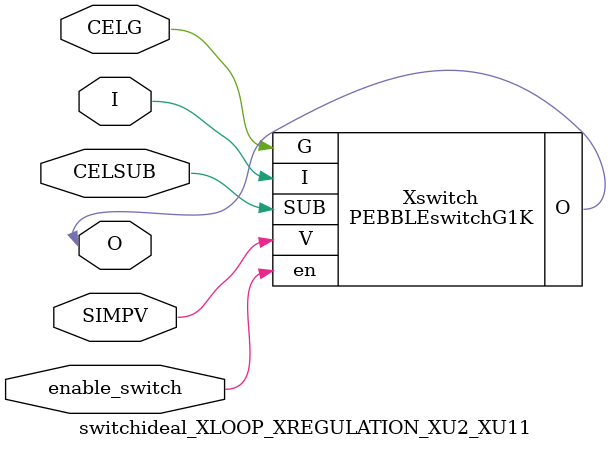
<source format=v>



module PEBBLEswitchG1K ( O, G, I, SUB, V, en );

  input V;
  input en;
  input I;
  input G;
  input SUB;
  output O;
endmodule

//Celera Confidential Do Not Copy switchideal_XLOOP_XREGULATION_XU2_XU11
//Celera Confidential Symbol Generator
//1000 Ohm gndSwitch
module switchideal_XLOOP_XREGULATION_XU2_XU11 (SIMPV,O,I,enable_switch,CELG,CELSUB);
input SIMPV;
input I;
input enable_switch;
inout O;
input CELG;
input CELSUB;

//Celera Confidential Do Not Copy PEBBLEswitchG1K
PEBBLEswitchG1K Xswitch(
.V (SIMPV),
.I (I),
.O (O),
.en (enable_switch),
.SUB (CELSUB),
.G (CELG)
);
//,diesize,PEBBLEswitchG1K

//Celera Confidential Do Not Copy Module End
//Celera Schematic Generator
endmodule

</source>
